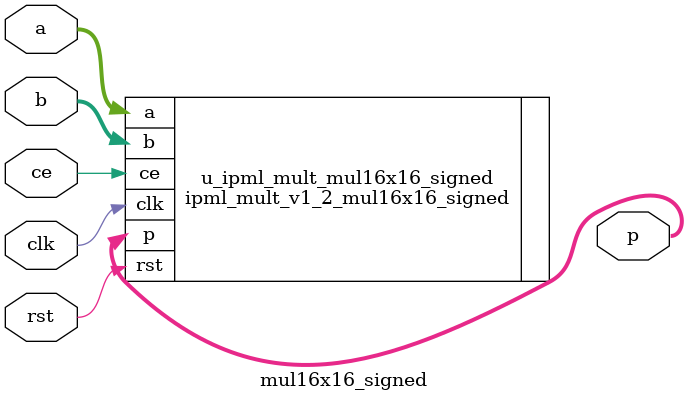
<source format=v>

module mul16x16_signed
(
     ce  ,
     rst ,
     clk ,
     a   ,
     b   ,
     p
);



localparam ASIZE = 16 ; //@IPC int 2,72

localparam BSIZE = 16 ; //@IPC int 2,72

localparam A_SIGNED = 1 ; //@IPC enum 0,1

localparam B_SIGNED = 1 ; //@IPC enum 0,1

localparam ASYNC_RST = 1 ; //@IPC enum 0,1

localparam OPTIMAL_TIMING = 0 ; //@IPC enum 0,1

localparam INREG_EN = 0 ; //@IPC enum 0,1

localparam PIPEREG_EN_1 = 1 ; //@IPC enum 0,1

localparam PIPEREG_EN_2 = 1 ; //@IPC enum 0,1

localparam PIPEREG_EN_3 = 1 ; //@IPC enum 0,1

localparam OUTREG_EN = 0 ; //@IPC enum 0,1

//tmp variable for ipc purpose

localparam PIPE_STATUS = 3 ; //@IPC enum 0,1,2,3,4,5

localparam ASYNC_RST_BOOL = 1 ; //@IPC bool

localparam OPTIMAL_TIMING_BOOL = 0 ; //@IPC bool

//end of tmp variable
localparam  GRS_EN       = "FALSE"         ;

localparam  PSIZE = ASIZE + BSIZE          ;

input                 ce  ;
input                 rst ;
input                 clk ;
input  [ASIZE-1:0]    a   ;
input  [BSIZE-1:0]    b   ;
output [PSIZE-1:0]    p   ;

ipml_mult_v1_2_mul16x16_signed
    #(
    .ASIZE           ( ASIZE            ),
    .BSIZE           ( BSIZE            ),
    .OPTIMAL_TIMING  ( OPTIMAL_TIMING   ),
    .INREG_EN        ( INREG_EN         ),
    .PIPEREG_EN_1    ( PIPEREG_EN_1     ),
    .PIPEREG_EN_2    ( PIPEREG_EN_2     ),
    .PIPEREG_EN_3    ( PIPEREG_EN_3     ),
    .OUTREG_EN       ( OUTREG_EN        ),
    .GRS_EN          ( GRS_EN           ),
    .A_SIGNED        ( A_SIGNED         ),
    .B_SIGNED        ( B_SIGNED         ),
    .ASYNC_RST       ( ASYNC_RST        )
    )u_ipml_mult_mul16x16_signed
    (
    .ce              ( ce     ),
    .rst             ( rst    ),
    .clk             ( clk    ),
    .a               ( a      ),
    .b               ( b      ),
    .p               ( p      )
    );

endmodule


</source>
